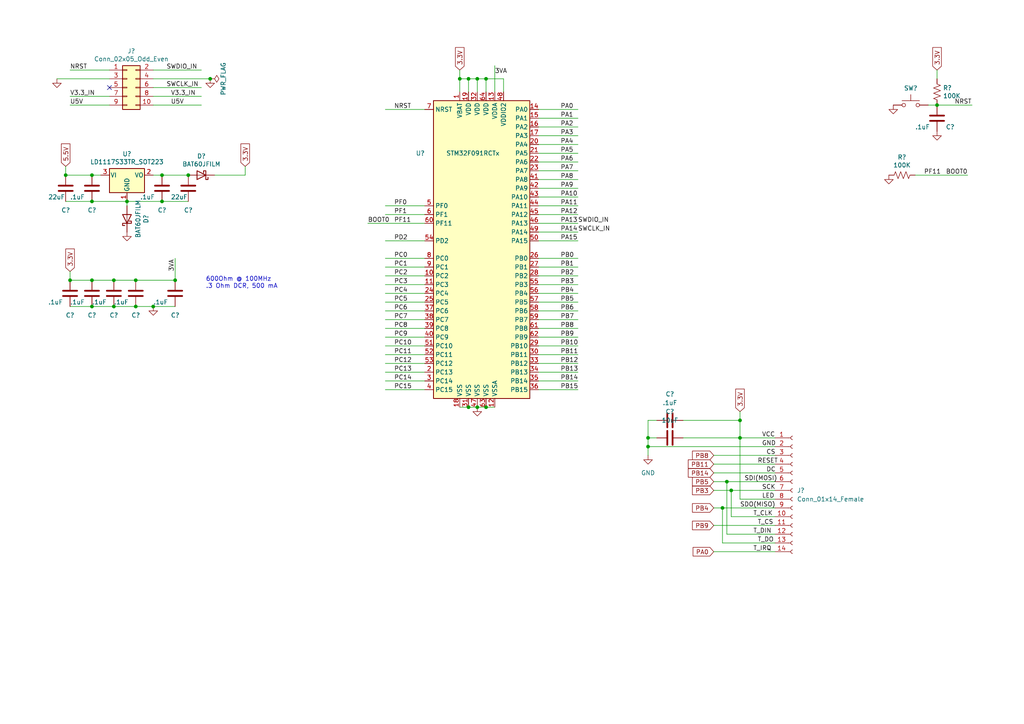
<source format=kicad_sch>
(kicad_sch (version 20211123) (generator eeschema)
  (paper "A4")
  (lib_symbols
    (symbol "Connector:Conn_01x14_Female" (pin_names (offset 1.016) hide)
      (property "Reference" "J" (at 0 17.78 0))
      (property "Value" "Conn_01x14_Female" (at 0 -20.32 0))
      (symbol "Conn_01x14_Female_1_1"
        (arc (start 0 -17.272) (mid -0.508 -17.78) (end 0 -18.288) (stroke (width 0.1524)))
        (arc (start 0 -14.732) (mid -0.508 -15.24) (end 0 -15.748) (stroke (width 0.1524)))
        (arc (start 0 -12.192) (mid -0.508 -12.7) (end 0 -13.208) (stroke (width 0.1524)))
        (arc (start 0 -9.652) (mid -0.508 -10.16) (end 0 -10.668) (stroke (width 0.1524)))
        (arc (start 0 -7.112) (mid -0.508 -7.62) (end 0 -8.128) (stroke (width 0.1524)))
        (arc (start 0 -4.572) (mid -0.508 -5.08) (end 0 -5.588) (stroke (width 0.1524)))
        (arc (start 0 -2.032) (mid -0.508 -2.54) (end 0 -3.048) (stroke (width 0.1524)))
        (polyline (pts (xy -1.27 -17.78) (xy -0.508 -17.78)) (stroke (width 0.1524)))
        (polyline (pts (xy -1.27 -15.24) (xy -0.508 -15.24)) (stroke (width 0.1524)))
        (polyline (pts (xy -1.27 -12.7) (xy -0.508 -12.7)) (stroke (width 0.1524)))
        (polyline (pts (xy -1.27 -10.16) (xy -0.508 -10.16)) (stroke (width 0.1524)))
        (polyline (pts (xy -1.27 -7.62) (xy -0.508 -7.62)) (stroke (width 0.1524)))
        (polyline (pts (xy -1.27 -5.08) (xy -0.508 -5.08)) (stroke (width 0.1524)))
        (polyline (pts (xy -1.27 -2.54) (xy -0.508 -2.54)) (stroke (width 0.1524)))
        (polyline (pts (xy -1.27 0) (xy -0.508 0)) (stroke (width 0.1524)))
        (polyline (pts (xy -1.27 2.54) (xy -0.508 2.54)) (stroke (width 0.1524)))
        (polyline (pts (xy -1.27 5.08) (xy -0.508 5.08)) (stroke (width 0.1524)))
        (polyline (pts (xy -1.27 7.62) (xy -0.508 7.62)) (stroke (width 0.1524)))
        (polyline (pts (xy -1.27 10.16) (xy -0.508 10.16)) (stroke (width 0.1524)))
        (polyline (pts (xy -1.27 12.7) (xy -0.508 12.7)) (stroke (width 0.1524)))
        (polyline (pts (xy -1.27 15.24) (xy -0.508 15.24)) (stroke (width 0.1524)))
        (arc (start 0 0.508) (mid -0.508 0) (end 0 -0.508) (stroke (width 0.1524)))
        (arc (start 0 3.048) (mid -0.508 2.54) (end 0 2.032) (stroke (width 0.1524)))
        (arc (start 0 5.588) (mid -0.508 5.08) (end 0 4.572) (stroke (width 0.1524)))
        (arc (start 0 8.128) (mid -0.508 7.62) (end 0 7.112) (stroke (width 0.1524)))
        (arc (start 0 10.668) (mid -0.508 10.16) (end 0 9.652) (stroke (width 0.1524)))
        (arc (start 0 13.208) (mid -0.508 12.7) (end 0 12.192) (stroke (width 0.1524)))
        (arc (start 0 15.748) (mid -0.508 15.24) (end 0 14.732) (stroke (width 0.1524)))
        (pin passive line (at -5.08 15.24 0) (length 3.81) (name "Pin_1") (number "1"))
        (pin passive line (at -5.08 -7.62 0) (length 3.81) (name "Pin_10") (number "10"))
        (pin passive line (at -5.08 -10.16 0) (length 3.81) (name "Pin_11") (number "11"))
        (pin passive line (at -5.08 -12.7 0) (length 3.81) (name "Pin_12") (number "12"))
        (pin passive line (at -5.08 -15.24 0) (length 3.81) (name "Pin_13") (number "13"))
        (pin passive line (at -5.08 -17.78 0) (length 3.81) (name "Pin_14") (number "14"))
        (pin passive line (at -5.08 12.7 0) (length 3.81) (name "Pin_2") (number "2"))
        (pin passive line (at -5.08 10.16 0) (length 3.81) (name "Pin_3") (number "3"))
        (pin passive line (at -5.08 7.62 0) (length 3.81) (name "Pin_4") (number "4"))
        (pin passive line (at -5.08 5.08 0) (length 3.81) (name "Pin_5") (number "5"))
        (pin passive line (at -5.08 2.54 0) (length 3.81) (name "Pin_6") (number "6"))
        (pin passive line (at -5.08 0 0) (length 3.81) (name "Pin_7") (number "7"))
        (pin passive line (at -5.08 -2.54 0) (length 3.81) (name "Pin_8") (number "8"))
        (pin passive line (at -5.08 -5.08 0) (length 3.81) (name "Pin_9") (number "9"))
      )
    )
    (symbol "Connector_Generic:Conn_02x05_Odd_Even" (pin_names (offset 1.016) hide)
      (property "Reference" "J" (at 1.27 7.62 0))
      (property "Value" "Conn_02x05_Odd_Even" (at 1.27 -7.62 0))
      (symbol "Conn_02x05_Odd_Even_1_1"
        (rectangle (start -1.27 -4.953) (end 0 -5.207) (stroke (width 0.1524)))
        (rectangle (start -1.27 -2.413) (end 0 -2.667) (stroke (width 0.1524)))
        (rectangle (start -1.27 0.127) (end 0 -0.127) (stroke (width 0.1524)))
        (rectangle (start -1.27 2.667) (end 0 2.413) (stroke (width 0.1524)))
        (rectangle (start -1.27 5.207) (end 0 4.953) (stroke (width 0.1524)))
        (rectangle (start -1.27 6.35) (end 3.81 -6.35) (stroke (width 0.254)) (fill (type background)))
        (rectangle (start 3.81 -4.953) (end 2.54 -5.207) (stroke (width 0.1524)))
        (rectangle (start 3.81 -2.413) (end 2.54 -2.667) (stroke (width 0.1524)))
        (rectangle (start 3.81 0.127) (end 2.54 -0.127) (stroke (width 0.1524)))
        (rectangle (start 3.81 2.667) (end 2.54 2.413) (stroke (width 0.1524)))
        (rectangle (start 3.81 5.207) (end 2.54 4.953) (stroke (width 0.1524)))
        (pin passive line (at -5.08 5.08 0) (length 3.81) (name "Pin_1") (number "1"))
        (pin passive line (at 7.62 -5.08 180) (length 3.81) (name "Pin_10") (number "10"))
        (pin passive line (at 7.62 5.08 180) (length 3.81) (name "Pin_2") (number "2"))
        (pin passive line (at -5.08 2.54 0) (length 3.81) (name "Pin_3") (number "3"))
        (pin passive line (at 7.62 2.54 180) (length 3.81) (name "Pin_4") (number "4"))
        (pin passive line (at -5.08 0 0) (length 3.81) (name "Pin_5") (number "5"))
        (pin passive line (at 7.62 0 180) (length 3.81) (name "Pin_6") (number "6"))
        (pin passive line (at -5.08 -2.54 0) (length 3.81) (name "Pin_7") (number "7"))
        (pin passive line (at 7.62 -2.54 180) (length 3.81) (name "Pin_8") (number "8"))
        (pin passive line (at -5.08 -5.08 0) (length 3.81) (name "Pin_9") (number "9"))
      )
    )
    (symbol "Device:C" (pin_numbers hide) (pin_names (offset 0.254))
      (property "Reference" "C" (at 0.635 2.54 0))
      (property "Value" "C" (at 0.635 -2.54 0))
      (symbol "C_0_1"
        (polyline (pts (xy -2.032 -0.762) (xy 2.032 -0.762)) (stroke (width 0.508)))
        (polyline (pts (xy -2.032 0.762) (xy 2.032 0.762)) (stroke (width 0.508)))
      )
      (symbol "C_1_1"
        (pin passive line (at 0 3.81 270) (length 2.794) (name "~") (number "1"))
        (pin passive line (at 0 -3.81 90) (length 2.794) (name "~") (number "2"))
      )
    )
    (symbol "Device:R_US" (pin_numbers hide) (pin_names (offset 0))
      (property "Reference" "R" (at 2.54 0 90))
      (property "Value" "R_US" (at -2.54 0 90))
      (symbol "R_US_0_1"
        (polyline (pts (xy 0 -2.286) (xy 0 -2.54)))
        (polyline (pts (xy 0 2.286) (xy 0 2.54)))
        (polyline (pts (xy 0 -0.762) (xy 1.016 -1.143) (xy 0 -1.524) (xy -1.016 -1.905) (xy 0 -2.286)))
        (polyline (pts (xy 0 0.762) (xy 1.016 0.381) (xy 0 0) (xy -1.016 -0.381) (xy 0 -0.762)))
        (polyline (pts (xy 0 2.286) (xy 1.016 1.905) (xy 0 1.524) (xy -1.016 1.143) (xy 0 0.762)))
      )
      (symbol "R_US_1_1"
        (pin passive line (at 0 3.81 270) (length 1.27) (name "~") (number "1"))
        (pin passive line (at 0 -3.81 90) (length 1.27) (name "~") (number "2"))
      )
    )
    (symbol "Diode:BAT60A" (pin_numbers hide) (pin_names (offset 1.016) hide)
      (property "Reference" "D" (at 0 2.54 0))
      (property "Value" "BAT60A" (at 0 -2.54 0))
      (symbol "BAT60A_0_1"
        (polyline (pts (xy 1.27 0) (xy -1.27 0)))
        (polyline (pts (xy 1.27 1.27) (xy 1.27 -1.27) (xy -1.27 0) (xy 1.27 1.27)) (stroke (width 0.254)))
        (polyline (pts (xy -1.905 0.635) (xy -1.905 1.27) (xy -1.27 1.27) (xy -1.27 -1.27) (xy -0.635 -1.27) (xy -0.635 -0.635)) (stroke (width 0.254)))
      )
      (symbol "BAT60A_1_1"
        (pin passive line (at -3.81 0 0) (length 2.54) (name "K") (number "1"))
        (pin passive line (at 3.81 0 180) (length 2.54) (name "A") (number "2"))
      )
    )
    (symbol "MCU_ST_STM32F0:STM32F091RCTx"
      (property "Reference" "U" (at -15.24 44.45 0))
      (property "Value" "STM32F091RCTx" (at 7.62 44.45 0))
      (symbol "STM32F091RCTx_0_1"
        (rectangle (start -15.24 -43.18) (end 12.7 43.18) (stroke (width 0.254)) (fill (type background)))
      )
      (symbol "STM32F091RCTx_1_1"
        (pin power_in line (at -7.62 45.72 270) (length 2.54) (name "VBAT") (number "1"))
        (pin bidirectional line (at -17.78 -7.62 0) (length 2.54) (name "PC2") (number "10"))
        (pin bidirectional line (at -17.78 -10.16 0) (length 2.54) (name "PC3") (number "11"))
        (pin power_in line (at 2.54 -45.72 90) (length 2.54) (name "VSSA") (number "12"))
        (pin power_in line (at 2.54 45.72 270) (length 2.54) (name "VDDA") (number "13"))
        (pin bidirectional line (at 15.24 40.64 180) (length 2.54) (name "PA0") (number "14"))
        (pin bidirectional line (at 15.24 38.1 180) (length 2.54) (name "PA1") (number "15"))
        (pin bidirectional line (at 15.24 35.56 180) (length 2.54) (name "PA2") (number "16"))
        (pin bidirectional line (at 15.24 33.02 180) (length 2.54) (name "PA3") (number "17"))
        (pin power_in line (at -7.62 -45.72 90) (length 2.54) (name "VSS") (number "18"))
        (pin power_in line (at -5.08 45.72 270) (length 2.54) (name "VDD") (number "19"))
        (pin bidirectional line (at -17.78 -35.56 0) (length 2.54) (name "PC13") (number "2"))
        (pin bidirectional line (at 15.24 30.48 180) (length 2.54) (name "PA4") (number "20"))
        (pin bidirectional line (at 15.24 27.94 180) (length 2.54) (name "PA5") (number "21"))
        (pin bidirectional line (at 15.24 25.4 180) (length 2.54) (name "PA6") (number "22"))
        (pin bidirectional line (at 15.24 22.86 180) (length 2.54) (name "PA7") (number "23"))
        (pin bidirectional line (at -17.78 -12.7 0) (length 2.54) (name "PC4") (number "24"))
        (pin bidirectional line (at -17.78 -15.24 0) (length 2.54) (name "PC5") (number "25"))
        (pin bidirectional line (at 15.24 -2.54 180) (length 2.54) (name "PB0") (number "26"))
        (pin bidirectional line (at 15.24 -5.08 180) (length 2.54) (name "PB1") (number "27"))
        (pin bidirectional line (at 15.24 -7.62 180) (length 2.54) (name "PB2") (number "28"))
        (pin bidirectional line (at 15.24 -27.94 180) (length 2.54) (name "PB10") (number "29"))
        (pin bidirectional line (at -17.78 -38.1 0) (length 2.54) (name "PC14") (number "3"))
        (pin bidirectional line (at 15.24 -30.48 180) (length 2.54) (name "PB11") (number "30"))
        (pin power_in line (at -5.08 -45.72 90) (length 2.54) (name "VSS") (number "31"))
        (pin power_in line (at -2.54 45.72 270) (length 2.54) (name "VDD") (number "32"))
        (pin bidirectional line (at 15.24 -33.02 180) (length 2.54) (name "PB12") (number "33"))
        (pin bidirectional line (at 15.24 -35.56 180) (length 2.54) (name "PB13") (number "34"))
        (pin bidirectional line (at 15.24 -38.1 180) (length 2.54) (name "PB14") (number "35"))
        (pin bidirectional line (at 15.24 -40.64 180) (length 2.54) (name "PB15") (number "36"))
        (pin bidirectional line (at -17.78 -17.78 0) (length 2.54) (name "PC6") (number "37"))
        (pin bidirectional line (at -17.78 -20.32 0) (length 2.54) (name "PC7") (number "38"))
        (pin bidirectional line (at -17.78 -22.86 0) (length 2.54) (name "PC8") (number "39"))
        (pin bidirectional line (at -17.78 -40.64 0) (length 2.54) (name "PC15") (number "4"))
        (pin bidirectional line (at -17.78 -25.4 0) (length 2.54) (name "PC9") (number "40"))
        (pin bidirectional line (at 15.24 20.32 180) (length 2.54) (name "PA8") (number "41"))
        (pin bidirectional line (at 15.24 17.78 180) (length 2.54) (name "PA9") (number "42"))
        (pin bidirectional line (at 15.24 15.24 180) (length 2.54) (name "PA10") (number "43"))
        (pin bidirectional line (at 15.24 12.7 180) (length 2.54) (name "PA11") (number "44"))
        (pin bidirectional line (at 15.24 10.16 180) (length 2.54) (name "PA12") (number "45"))
        (pin bidirectional line (at 15.24 7.62 180) (length 2.54) (name "PA13") (number "46"))
        (pin power_in line (at -2.54 -45.72 90) (length 2.54) (name "VSS") (number "47"))
        (pin power_in line (at 5.08 45.72 270) (length 2.54) (name "VDDIO2") (number "48"))
        (pin bidirectional line (at 15.24 5.08 180) (length 2.54) (name "PA14") (number "49"))
        (pin input line (at -17.78 12.7 0) (length 2.54) (name "PF0") (number "5"))
        (pin bidirectional line (at 15.24 2.54 180) (length 2.54) (name "PA15") (number "50"))
        (pin bidirectional line (at -17.78 -27.94 0) (length 2.54) (name "PC10") (number "51"))
        (pin bidirectional line (at -17.78 -30.48 0) (length 2.54) (name "PC11") (number "52"))
        (pin bidirectional line (at -17.78 -33.02 0) (length 2.54) (name "PC12") (number "53"))
        (pin bidirectional line (at -17.78 2.54 0) (length 2.54) (name "PD2") (number "54"))
        (pin bidirectional line (at 15.24 -10.16 180) (length 2.54) (name "PB3") (number "55"))
        (pin bidirectional line (at 15.24 -12.7 180) (length 2.54) (name "PB4") (number "56"))
        (pin bidirectional line (at 15.24 -15.24 180) (length 2.54) (name "PB5") (number "57"))
        (pin bidirectional line (at 15.24 -17.78 180) (length 2.54) (name "PB6") (number "58"))
        (pin bidirectional line (at 15.24 -20.32 180) (length 2.54) (name "PB7") (number "59"))
        (pin input line (at -17.78 10.16 0) (length 2.54) (name "PF1") (number "6"))
        (pin bidirectional line (at -17.78 7.62 0) (length 2.54) (name "PF11") (number "60"))
        (pin bidirectional line (at 15.24 -22.86 180) (length 2.54) (name "PB8") (number "61"))
        (pin bidirectional line (at 15.24 -25.4 180) (length 2.54) (name "PB9") (number "62"))
        (pin power_in line (at 0 -45.72 90) (length 2.54) (name "VSS") (number "63"))
        (pin power_in line (at 0 45.72 270) (length 2.54) (name "VDD") (number "64"))
        (pin input line (at -17.78 40.64 0) (length 2.54) (name "NRST") (number "7"))
        (pin bidirectional line (at -17.78 -2.54 0) (length 2.54) (name "PC0") (number "8"))
        (pin bidirectional line (at -17.78 -5.08 0) (length 2.54) (name "PC1") (number "9"))
      )
    )
    (symbol "Regulator_Linear:LD1117S33TR_SOT223" (pin_names (offset 0.254))
      (property "Reference" "U" (at -3.81 3.175 0))
      (property "Value" "LD1117S33TR_SOT223" (at 0 3.175 0))
      (symbol "LD1117S33TR_SOT223_0_1"
        (rectangle (start -5.08 -5.08) (end 5.08 1.905) (stroke (width 0.254)) (fill (type background)))
      )
      (symbol "LD1117S33TR_SOT223_1_1"
        (pin power_in line (at 0 -7.62 90) (length 2.54) (name "GND") (number "1"))
        (pin power_out line (at 7.62 0 180) (length 2.54) (name "VO") (number "2"))
        (pin power_in line (at -7.62 0 0) (length 2.54) (name "VI") (number "3"))
      )
    )
    (symbol "Switch:SW_Push" (pin_numbers hide) (pin_names (offset 1.016) hide)
      (property "Reference" "SW" (at 1.27 2.54 0))
      (property "Value" "SW_Push" (at 0 -1.524 0))
      (symbol "SW_Push_0_1"
        (circle (center -2.032 0) (radius 0.508))
        (polyline (pts (xy 0 1.27) (xy 0 3.048)))
        (polyline (pts (xy 2.54 1.27) (xy -2.54 1.27)))
        (circle (center 2.032 0) (radius 0.508))
        (pin passive line (at -5.08 0 0) (length 2.54) (name "1") (number "1"))
        (pin passive line (at 5.08 0 180) (length 2.54) (name "2") (number "2"))
      )
    )
    (symbol "power:GND" (power) (pin_names (offset 0))
      (property "Value" "GND" (at 0 -3.81 0))
      (symbol "GND_0_1"
        (polyline (pts (xy 0 0) (xy 0 -1.27) (xy 1.27 -1.27) (xy 0 -2.54) (xy -1.27 -1.27) (xy 0 -1.27)))
      )
      (symbol "GND_1_1"
        (pin power_in line (at 0 0 270) (length 0) hide (name "GND") (number "1"))
      )
    )
    (symbol "power:PWR_FLAG" (power) (pin_numbers hide) (pin_names (offset 0) hide)
      (property "Value" "PWR_FLAG" (at 0 3.81 0))
      (symbol "PWR_FLAG_0_0"
        (pin power_out line (at 0 0 90) (length 0) (name "pwr") (number "1"))
      )
      (symbol "PWR_FLAG_0_1"
        (polyline (pts (xy 0 0) (xy 0 1.27) (xy -1.016 1.905) (xy 0 2.54) (xy 1.016 1.905) (xy 0 1.27)))
      )
    )
  )
  (junction (at 187.96 129.54))
  (junction (at 26.67 88.9))
  (junction (at 44.45 88.9))
  (junction (at 187.96 127))
  (junction (at 26.67 81.28))
  (junction (at 46.99 50.8))
  (junction (at 140.97 118.11))
  (junction (at 138.43 118.11))
  (junction (at 212.09 142.24))
  (junction (at 138.43 22.86))
  (junction (at 26.67 58.42))
  (junction (at 135.89 118.11))
  (junction (at 210.82 139.7))
  (junction (at 46.99 58.42))
  (junction (at 39.37 88.9))
  (junction (at 33.02 88.9))
  (junction (at 140.97 22.86))
  (junction (at 36.83 58.42))
  (junction (at 60.96 22.86))
  (junction (at 214.63 121.92))
  (junction (at 54.61 50.8))
  (junction (at 214.63 127))
  (junction (at 26.67 50.8))
  (junction (at 209.55 147.32))
  (junction (at 133.35 22.86))
  (junction (at 19.05 50.8))
  (junction (at 20.32 81.28))
  (junction (at 39.37 81.28))
  (junction (at 135.89 22.86))
  (junction (at 33.02 81.28))
  (junction (at 271.78 30.48))
  (junction (at 50.8 81.28))
  (no_connect (at 31.75 25.4))
  (wire (pts (xy 19.05 48.26) (xy 19.05 50.8)))
  (wire (pts (xy 207.01 147.32) (xy 209.55 147.32)))
  (wire (pts (xy 133.35 118.11) (xy 135.89 118.11)))
  (wire (pts (xy 156.21 59.69) (xy 167.64 59.69)))
  (wire (pts (xy 207.01 160.02) (xy 224.79 160.02)))
  (wire (pts (xy 62.23 50.8) (xy 71.12 50.8)))
  (wire (pts (xy 16.51 22.86) (xy 31.75 22.86)))
  (wire (pts (xy 269.24 30.48) (xy 271.78 30.48)))
  (wire (pts (xy 44.45 20.32) (xy 58.42 20.32)))
  (wire (pts (xy 140.97 26.67) (xy 140.97 22.86)))
  (wire (pts (xy 20.32 30.48) (xy 31.75 30.48)))
  (wire (pts (xy 156.21 77.47) (xy 167.64 77.47)))
  (wire (pts (xy 187.96 127) (xy 190.5 127)))
  (wire (pts (xy 198.12 121.92) (xy 214.63 121.92)))
  (wire (pts (xy 156.21 52.07) (xy 167.64 52.07)))
  (wire (pts (xy 33.02 88.9) (xy 39.37 88.9)))
  (wire (pts (xy 123.19 59.69) (xy 111.76 59.69)))
  (wire (pts (xy 106.68 64.77) (xy 123.19 64.77)))
  (wire (pts (xy 156.21 113.03) (xy 167.64 113.03)))
  (wire (pts (xy 207.01 142.24) (xy 212.09 142.24)))
  (wire (pts (xy 123.19 90.17) (xy 111.76 90.17)))
  (wire (pts (xy 187.96 121.92) (xy 187.96 127)))
  (wire (pts (xy 135.89 22.86) (xy 138.43 22.86)))
  (wire (pts (xy 212.09 142.24) (xy 212.09 149.86)))
  (wire (pts (xy 156.21 64.77) (xy 167.64 64.77)))
  (wire (pts (xy 123.19 97.79) (xy 111.76 97.79)))
  (wire (pts (xy 156.21 62.23) (xy 167.64 62.23)))
  (wire (pts (xy 26.67 81.28) (xy 33.02 81.28)))
  (wire (pts (xy 271.78 20.32) (xy 271.78 22.86)))
  (wire (pts (xy 187.96 127) (xy 187.96 129.54)))
  (wire (pts (xy 156.21 46.99) (xy 167.64 46.99)))
  (wire (pts (xy 156.21 90.17) (xy 167.64 90.17)))
  (wire (pts (xy 20.32 81.28) (xy 26.67 81.28)))
  (wire (pts (xy 123.19 102.87) (xy 111.76 102.87)))
  (wire (pts (xy 123.19 87.63) (xy 111.76 87.63)))
  (wire (pts (xy 156.21 87.63) (xy 167.64 87.63)))
  (wire (pts (xy 123.19 31.75) (xy 111.76 31.75)))
  (wire (pts (xy 156.21 34.29) (xy 167.64 34.29)))
  (wire (pts (xy 207.01 139.7) (xy 210.82 139.7)))
  (wire (pts (xy 198.12 127) (xy 214.63 127)))
  (wire (pts (xy 156.21 95.25) (xy 167.64 95.25)))
  (wire (pts (xy 187.96 129.54) (xy 224.79 129.54)))
  (wire (pts (xy 214.63 144.78) (xy 224.79 144.78)))
  (wire (pts (xy 29.21 50.8) (xy 26.67 50.8)))
  (wire (pts (xy 212.09 142.24) (xy 224.79 142.24)))
  (wire (pts (xy 214.63 127) (xy 224.79 127)))
  (wire (pts (xy 156.21 44.45) (xy 167.64 44.45)))
  (wire (pts (xy 210.82 139.7) (xy 224.79 139.7)))
  (wire (pts (xy 271.78 30.48) (xy 281.94 30.48)))
  (wire (pts (xy 39.37 88.9) (xy 44.45 88.9)))
  (wire (pts (xy 156.21 92.71) (xy 167.64 92.71)))
  (wire (pts (xy 156.21 97.79) (xy 167.64 97.79)))
  (wire (pts (xy 26.67 58.42) (xy 36.83 58.42)))
  (wire (pts (xy 44.45 22.86) (xy 60.96 22.86)))
  (wire (pts (xy 20.32 78.74) (xy 20.32 81.28)))
  (wire (pts (xy 209.55 147.32) (xy 209.55 157.48)))
  (wire (pts (xy 156.21 107.95) (xy 167.64 107.95)))
  (wire (pts (xy 123.19 85.09) (xy 111.76 85.09)))
  (wire (pts (xy 156.21 39.37) (xy 167.64 39.37)))
  (wire (pts (xy 156.21 69.85) (xy 167.64 69.85)))
  (wire (pts (xy 123.19 92.71) (xy 111.76 92.71)))
  (wire (pts (xy 187.96 129.54) (xy 187.96 132.08)))
  (wire (pts (xy 214.63 127) (xy 214.63 144.78)))
  (wire (pts (xy 207.01 152.4) (xy 224.79 152.4)))
  (wire (pts (xy 123.19 113.03) (xy 111.76 113.03)))
  (wire (pts (xy 209.55 147.32) (xy 224.79 147.32)))
  (wire (pts (xy 156.21 41.91) (xy 167.64 41.91)))
  (wire (pts (xy 44.45 27.94) (xy 58.42 27.94)))
  (wire (pts (xy 39.37 81.28) (xy 50.8 81.28)))
  (wire (pts (xy 138.43 118.11) (xy 140.97 118.11)))
  (wire (pts (xy 156.21 36.83) (xy 167.64 36.83)))
  (wire (pts (xy 133.35 26.67) (xy 133.35 22.86)))
  (wire (pts (xy 156.21 102.87) (xy 167.64 102.87)))
  (wire (pts (xy 156.21 110.49) (xy 167.64 110.49)))
  (wire (pts (xy 156.21 57.15) (xy 167.64 57.15)))
  (wire (pts (xy 135.89 26.67) (xy 135.89 22.86)))
  (wire (pts (xy 123.19 77.47) (xy 111.76 77.47)))
  (wire (pts (xy 33.02 81.28) (xy 39.37 81.28)))
  (wire (pts (xy 156.21 100.33) (xy 167.64 100.33)))
  (wire (pts (xy 265.43 50.8) (xy 280.67 50.8)))
  (wire (pts (xy 31.75 20.32) (xy 20.32 20.32)))
  (wire (pts (xy 190.5 121.92) (xy 187.96 121.92)))
  (wire (pts (xy 123.19 95.25) (xy 111.76 95.25)))
  (wire (pts (xy 140.97 118.11) (xy 143.51 118.11)))
  (wire (pts (xy 19.05 50.8) (xy 26.67 50.8)))
  (wire (pts (xy 156.21 105.41) (xy 167.64 105.41)))
  (wire (pts (xy 19.05 58.42) (xy 26.67 58.42)))
  (wire (pts (xy 133.35 22.86) (xy 135.89 22.86)))
  (wire (pts (xy 44.45 25.4) (xy 58.42 25.4)))
  (wire (pts (xy 156.21 67.31) (xy 167.64 67.31)))
  (wire (pts (xy 156.21 82.55) (xy 167.64 82.55)))
  (wire (pts (xy 214.63 119.38) (xy 214.63 121.92)))
  (wire (pts (xy 44.45 50.8) (xy 46.99 50.8)))
  (wire (pts (xy 123.19 74.93) (xy 111.76 74.93)))
  (wire (pts (xy 210.82 154.94) (xy 224.79 154.94)))
  (wire (pts (xy 156.21 74.93) (xy 167.64 74.93)))
  (wire (pts (xy 123.19 69.85) (xy 111.76 69.85)))
  (wire (pts (xy 209.55 157.48) (xy 224.79 157.48)))
  (wire (pts (xy 36.83 59.69) (xy 36.83 58.42)))
  (wire (pts (xy 46.99 58.42) (xy 54.61 58.42)))
  (wire (pts (xy 138.43 26.67) (xy 138.43 22.86)))
  (wire (pts (xy 46.99 50.8) (xy 54.61 50.8)))
  (wire (pts (xy 143.51 26.67) (xy 143.51 19.05)))
  (wire (pts (xy 123.19 107.95) (xy 111.76 107.95)))
  (wire (pts (xy 156.21 85.09) (xy 167.64 85.09)))
  (wire (pts (xy 26.67 88.9) (xy 33.02 88.9)))
  (wire (pts (xy 123.19 100.33) (xy 111.76 100.33)))
  (wire (pts (xy 123.19 105.41) (xy 111.76 105.41)))
  (wire (pts (xy 212.09 149.86) (xy 224.79 149.86)))
  (wire (pts (xy 44.45 88.9) (xy 50.8 88.9)))
  (wire (pts (xy 207.01 137.16) (xy 224.79 137.16)))
  (wire (pts (xy 123.19 110.49) (xy 111.76 110.49)))
  (wire (pts (xy 138.43 22.86) (xy 140.97 22.86)))
  (wire (pts (xy 123.19 82.55) (xy 111.76 82.55)))
  (wire (pts (xy 156.21 31.75) (xy 167.64 31.75)))
  (wire (pts (xy 123.19 80.01) (xy 111.76 80.01)))
  (wire (pts (xy 133.35 20.32) (xy 133.35 22.86)))
  (wire (pts (xy 210.82 139.7) (xy 210.82 154.94)))
  (wire (pts (xy 71.12 48.26) (xy 71.12 50.8)))
  (wire (pts (xy 156.21 54.61) (xy 167.64 54.61)))
  (wire (pts (xy 135.89 118.11) (xy 138.43 118.11)))
  (wire (pts (xy 36.83 58.42) (xy 46.99 58.42)))
  (wire (pts (xy 140.97 22.86) (xy 146.05 22.86)))
  (wire (pts (xy 123.19 62.23) (xy 111.76 62.23)))
  (wire (pts (xy 31.75 27.94) (xy 20.32 27.94)))
  (wire (pts (xy 44.45 30.48) (xy 58.42 30.48)))
  (wire (pts (xy 156.21 49.53) (xy 167.64 49.53)))
  (wire (pts (xy 50.8 74.93) (xy 50.8 81.28)))
  (wire (pts (xy 207.01 132.08) (xy 224.79 132.08)))
  (wire (pts (xy 20.32 88.9) (xy 26.67 88.9)))
  (wire (pts (xy 214.63 121.92) (xy 214.63 127)))
  (wire (pts (xy 156.21 80.01) (xy 167.64 80.01)))
  (wire (pts (xy 146.05 22.86) (xy 146.05 26.67)))
  (wire (pts (xy 207.01 134.62) (xy 224.79 134.62)))
  (text "600Ohm @ 100MHz\n.3 Ohm DCR, 500 mA" (at 59.69 83.82 0) (effects (font (size 1.27 1.27)) (justify left bottom)))
  (label "PA2" (at 162.56 36.83 0))
  (label "T_CLK" (at 218.44 149.86 0))
  (label "3VA" (at 143.51 21.59 0))
  (label "PA6" (at 162.56 46.99 0))
  (label "GND" (at 220.98 129.54 0))
  (label "PB14" (at 162.56 110.49 0))
  (label "T_CS" (at 219.71 152.4 0))
  (label "PA1" (at 162.56 34.29 0))
  (label "SWCLK_IN" (at 167.64 67.31 0))
  (label "PC14" (at 114.3 110.49 0))
  (label "SDO(MISO)" (at 214.63 147.32 0))
  (label "RESET" (at 219.71 134.62 0))
  (label "PA0" (at 162.56 31.75 0))
  (label "PC6" (at 114.3 90.17 0))
  (label "PB11" (at 162.56 102.87 0))
  (label "PF0" (at 114.3 59.69 0))
  (label "PB2" (at 162.56 80.01 0))
  (label "PA13" (at 162.56 64.77 0))
  (label "T_DO" (at 219.71 157.48 0))
  (label "PC3" (at 114.3 82.55 0))
  (label "PF11" (at 114.3 64.77 0))
  (label "SWCLK_IN" (at 48.26 25.4 0))
  (label "SWDIO_IN" (at 167.64 64.77 0))
  (label "PB6" (at 162.56 90.17 0))
  (label "PB4" (at 162.56 85.09 0))
  (label "PC5" (at 114.3 87.63 0))
  (label "PC11" (at 114.3 102.87 0))
  (label "PA11" (at 162.56 59.69 0))
  (label "SWDIO_IN" (at 48.26 20.32 0))
  (label "PA15" (at 162.56 69.85 0))
  (label "LED" (at 220.98 144.78 0))
  (label "T_IRQ" (at 218.44 160.02 0))
  (label "BOOT0" (at 106.68 64.77 0))
  (label "PB10" (at 162.56 100.33 0))
  (label "U5V" (at 49.53 30.48 0))
  (label "PC0" (at 114.3 74.93 0))
  (label "PA8" (at 162.56 52.07 0))
  (label "PB3" (at 162.56 82.55 0))
  (label "T_DIN" (at 218.44 154.94 0))
  (label "NRST" (at 276.86 30.48 0))
  (label "PC2" (at 114.3 80.01 0))
  (label "PA9" (at 162.56 54.61 0))
  (label "PB15" (at 162.56 113.03 0))
  (label "PF11" (at 267.97 50.8 0))
  (label "PB13" (at 162.56 107.95 0))
  (label "PC8" (at 114.3 95.25 0))
  (label "PB1" (at 162.56 77.47 0))
  (label "PB9" (at 162.56 97.79 0))
  (label "SCK" (at 220.98 142.24 0))
  (label "VCC" (at 220.98 127 0))
  (label "PA7" (at 162.56 49.53 0))
  (label "PC7" (at 114.3 92.71 0))
  (label "CS" (at 222.25 132.08 0))
  (label "PF1" (at 114.3 62.23 0))
  (label "3VA" (at 50.8 78.74 90))
  (label "PB12" (at 162.56 105.41 0))
  (label "PA3" (at 162.56 39.37 0))
  (label "PA4" (at 162.56 41.91 0))
  (label "DC" (at 222.25 137.16 0))
  (label "PC10" (at 114.3 100.33 0))
  (label "PD2" (at 114.3 69.85 0))
  (label "V3.3_IN" (at 49.53 27.94 0))
  (label "PB8" (at 162.56 95.25 0))
  (label "V3.3_IN" (at 20.32 27.94 0))
  (label "U5V" (at 20.32 30.48 0))
  (label "PC12" (at 114.3 105.41 0))
  (label "SDI(MOSI)" (at 215.9 139.7 0))
  (label "PB7" (at 162.56 92.71 0))
  (label "PA12" (at 162.56 62.23 0))
  (label "PC4" (at 114.3 85.09 0))
  (label "NRST" (at 20.32 20.32 0))
  (label "NRST" (at 114.3 31.75 0))
  (label "PC9" (at 114.3 97.79 0))
  (label "BOOT0" (at 274.32 50.8 0))
  (label "PB0" (at 162.56 74.93 0))
  (label "PC1" (at 114.3 77.47 0))
  (label "PC15" (at 114.3 113.03 0))
  (label "PA5" (at 162.56 44.45 0))
  (label "PC13" (at 114.3 107.95 0))
  (label "PB5" (at 162.56 87.63 0))
  (label "PA10" (at 162.56 57.15 0))
  (label "PA14" (at 162.56 67.31 0))
  (global_label "PB4" (shape input) (at 207.01 147.32 180) (property "Intersheet References" "${INTERSHEET_REFS}" (effects hide)))
  (global_label "3.3V" (shape input) (at 20.32 78.74 90) (property "Intersheet References" "${INTERSHEET_REFS}" (effects hide)))
  (global_label "5.5V" (shape input) (at 19.05 48.26 90) (property "Intersheet References" "${INTERSHEET_REFS}" (effects hide)))
  (global_label "PB14" (shape input) (at 207.01 137.16 180) (property "Intersheet References" "${INTERSHEET_REFS}" (effects hide)))
  (global_label "PB11" (shape input) (at 207.01 134.62 180) (property "Intersheet References" "${INTERSHEET_REFS}" (effects hide)))
  (global_label "PB3" (shape input) (at 207.01 142.24 180) (property "Intersheet References" "${INTERSHEET_REFS}" (effects hide)))
  (global_label "PA0" (shape input) (at 207.01 160.02 180) (property "Intersheet References" "${INTERSHEET_REFS}" (effects hide)))
  (global_label "PB5" (shape input) (at 207.01 139.7 180) (property "Intersheet References" "${INTERSHEET_REFS}" (effects hide)))
  (global_label "PB8" (shape input) (at 207.01 132.08 180) (property "Intersheet References" "${INTERSHEET_REFS}" (effects hide)))
  (global_label "3.3V" (shape input) (at 214.63 119.38 90) (property "Intersheet References" "${INTERSHEET_REFS}" (effects hide)))
  (global_label "3.3V" (shape input) (at 271.78 20.32 90) (property "Intersheet References" "${INTERSHEET_REFS}" (effects hide)))
  (global_label "3.3V" (shape input) (at 133.35 20.32 90) (property "Intersheet References" "${INTERSHEET_REFS}" (effects hide)))
  (global_label "PB9" (shape input) (at 207.01 152.4 180) (property "Intersheet References" "${INTERSHEET_REFS}" (effects hide)))
  (global_label "3.3V" (shape input) (at 71.12 48.26 90) (property "Intersheet References" "${INTERSHEET_REFS}" (effects hide)))
  (symbol (lib_id "Device:C") (at 194.31 127 90) (unit 1)
    (property "Reference" "C?" (at 194.31 119.38 90))
    (property "Value" "10uF" (at 194.31 121.92 90))
  )
  (symbol (lib_id "power:PWR_FLAG") (at 60.96 22.86 270) (unit 1)
    (property "Reference" "#FLG?" (effects hide))
    (property "Value" "PWR_FLAG" (at 64.77 22.86 0))
  )
  (symbol (lib_id "Device:C") (at 20.32 85.09 0) (unit 1)
    (property "Reference" "C?" (at 19.05 91.44 0) (effects (justify left)))
    (property "Value" ".1uF" (at 13.97 87.63 0) (effects (justify left)))
    (property "Footprint" "Capacitor_SMD:C_0805_2012Metric_Pad1.18x1.45mm_HandSolder" (effects hide))
  )
  (symbol (lib_id "Device:C") (at 271.78 34.29 0) (unit 1)
    (property "Reference" "C?" (at 274.32 36.83 0) (effects (justify left)))
    (property "Value" ".1uF" (at 265.43 36.83 0) (effects (justify left)))
    (property "Footprint" "Capacitor_SMD:C_0805_2012Metric_Pad1.18x1.45mm_HandSolder" (effects hide))
  )
  (symbol (lib_id "Device:C") (at 50.8 85.09 0) (unit 1)
    (property "Reference" "C?" (at 49.53 91.44 0) (effects (justify left)))
    (property "Value" ".1uF" (at 44.45 87.63 0) (effects (justify left)))
    (property "Footprint" "Capacitor_SMD:C_0805_2012Metric_Pad1.18x1.45mm_HandSolder" (effects hide))
  )
  (symbol (lib_id "Device:C") (at 39.37 85.09 0) (unit 1)
    (property "Reference" "C?" (at 38.1 91.44 0) (effects (justify left)))
    (property "Value" ".1uF" (at 33.02 87.63 0) (effects (justify left)))
    (property "Footprint" "Capacitor_SMD:C_0805_2012Metric_Pad1.18x1.45mm_HandSolder" (effects hide))
  )
  (symbol (lib_id "Regulator_Linear:LD1117S33TR_SOT223") (at 36.83 50.8 0) (unit 1)
    (property "Reference" "U?" (at 36.83 44.6532 0))
    (property "Value" "LD1117S33TR_SOT223" (at 36.83 46.9646 0))
    (property "Footprint" "Package_TO_SOT_SMD:SOT-223-3_TabPin2" (effects hide))
    (property "Datasheet" "http://www.st.com/st-web-ui/static/active/en/resource/technical/document/datasheet/CD00000544.pdf" (effects hide))
  )
  (symbol (lib_id "power:GND") (at 271.78 38.1 0) (unit 1)
    (property "Reference" "#PWR?" (effects hide))
    (property "Value" "GND" (effects hide))
  )
  (symbol (lib_id "Connector_Generic:Conn_02x05_Odd_Even") (at 36.83 25.4 0) (unit 1)
    (property "Reference" "J?" (at 38.1 14.8082 0))
    (property "Value" "Conn_02x05_Odd_Even" (at 38.1 17.1196 0))
    (property "Footprint" "Connector_IDC:IDC-Header_2x05_P2.54mm_Vertical" (effects hide))
  )
  (symbol (lib_id "Device:R_US") (at 271.78 26.67 0) (unit 1)
    (property "Reference" "R?" (at 273.5072 25.5016 0) (effects (justify left)))
    (property "Value" "100K" (at 273.5072 27.813 0) (effects (justify left)))
    (property "Footprint" "Resistor_SMD:R_0805_2012Metric_Pad1.20x1.40mm_HandSolder" (effects hide))
  )
  (symbol (lib_id "power:GND") (at 259.08 30.48 0) (unit 1)
    (property "Reference" "#PWR?" (effects hide))
    (property "Value" "GND" (effects hide))
  )
  (symbol (lib_id "Diode:BAT60A") (at 36.83 63.5 90) (unit 1)
    (property "Reference" "D?" (at 42.3418 63.5 0))
    (property "Value" "BAT60JFILM" (at 40.0304 63.5 0))
    (property "Footprint" "Diode_SMD:D_SOD-323" (effects hide))
    (property "Datasheet" "https://www.infineon.com/dgdl/Infineon-BAT60ASERIES-DS-v01_01-en.pdf?fileId=db3a304313d846880113def70c9304a9" (effects hide))
  )
  (symbol (lib_id "Device:C") (at 46.99 54.61 0) (unit 1)
    (property "Reference" "C?" (at 45.72 60.96 0) (effects (justify left)))
    (property "Value" ".1uF" (at 40.64 57.15 0) (effects (justify left)))
    (property "Footprint" "Capacitor_SMD:C_0805_2012Metric_Pad1.18x1.45mm_HandSolder" (effects hide))
    (property "Datasheet" "https://datasheet.lcsc.com/szlcsc/Samsung-Electro-Mechanics-CL21C101JBANNNC_C1790.pdf" (effects hide))
  )
  (symbol (lib_id "Device:C") (at 26.67 54.61 0) (unit 1)
    (property "Reference" "C?" (at 25.4 60.96 0) (effects (justify left)))
    (property "Value" ".1uF" (at 20.32 57.15 0) (effects (justify left)))
    (property "Footprint" "Capacitor_SMD:C_0805_2012Metric_Pad1.18x1.45mm_HandSolder" (effects hide))
    (property "Datasheet" "https://datasheet.lcsc.com/szlcsc/Samsung-Electro-Mechanics-CL21C101JBANNNC_C1790.pdf" (effects hide))
  )
  (symbol (lib_id "Device:R_US") (at 261.62 50.8 270) (unit 1)
    (property "Reference" "R?" (at 261.62 45.593 90))
    (property "Value" "100K" (at 261.62 47.9044 90))
    (property "Footprint" "Resistor_SMD:R_0805_2012Metric_Pad1.20x1.40mm_HandSolder" (effects hide))
  )
  (symbol (lib_id "Diode:BAT60A") (at 58.42 50.8 180) (unit 1)
    (property "Reference" "D?" (at 58.42 45.2882 0))
    (property "Value" "BAT60JFILM" (at 58.42 47.5996 0))
    (property "Footprint" "Diode_SMD:D_SOD-323" (effects hide))
    (property "Datasheet" "https://www.infineon.com/dgdl/Infineon-BAT60ASERIES-DS-v01_01-en.pdf?fileId=db3a304313d846880113def70c9304a9" (effects hide))
  )
  (symbol (lib_id "Connector:Conn_01x14_Female") (at 229.87 142.24 0) (unit 1)
    (property "Reference" "J?" (at 231.14 142.2399 0) (effects (justify left)))
    (property "Value" "Conn_01x14_Female" (at 231.14 144.7799 0) (effects (justify left)))
  )
  (symbol (lib_id "MCU_ST_STM32F0:STM32F091RCTx") (at 140.97 72.39 0) (unit 1)
    (property "Reference" "U?" (at 121.92 44.45 0))
    (property "Value" "STM32F091RCTx" (at 137.16 44.45 0))
    (property "Footprint" "Package_QFP:LQFP-64_10x10mm_P0.5mm" (effects hide))
    (property "Datasheet" "http://www.st.com/st-web-ui/static/active/en/resource/technical/document/datasheet/DM00115237.pdf" (effects hide))
  )
  (symbol (lib_id "Device:C") (at 194.31 121.92 90) (unit 1)
    (property "Reference" "C?" (at 194.31 114.3 90))
    (property "Value" ".1uF" (at 194.31 116.84 90))
  )
  (symbol (lib_id "power:GND") (at 16.51 22.86 0) (unit 1)
    (property "Reference" "#PWR?" (effects hide))
    (property "Value" "GND" (effects hide))
  )
  (symbol (lib_id "Device:C") (at 33.02 85.09 0) (unit 1)
    (property "Reference" "C?" (at 31.75 91.44 0) (effects (justify left)))
    (property "Value" ".1uF" (at 26.67 87.63 0) (effects (justify left)))
    (property "Footprint" "Capacitor_SMD:C_0805_2012Metric_Pad1.18x1.45mm_HandSolder" (effects hide))
  )
  (symbol (lib_id "power:GND") (at 60.96 22.86 0) (unit 1)
    (property "Reference" "#PWR?" (effects hide))
    (property "Value" "GND" (effects hide))
  )
  (symbol (lib_id "Device:C") (at 54.61 54.61 0) (unit 1)
    (property "Reference" "C?" (at 53.34 60.96 0) (effects (justify left)))
    (property "Value" "22uF" (at 49.53 57.15 0) (effects (justify left)))
    (property "Footprint" "Capacitor_SMD:C_0805_2012Metric_Pad1.18x1.45mm_HandSolder" (effects hide))
    (property "Datasheet" "https://datasheet.lcsc.com/szlcsc/Samsung-Electro-Mechanics-CL21A226MAQNNNE_C45783.pdf" (effects hide))
  )
  (symbol (lib_id "power:GND") (at 44.45 88.9 0) (unit 1)
    (property "Reference" "#PWR?" (effects hide))
    (property "Value" "GND" (effects hide))
  )
  (symbol (lib_id "Device:C") (at 19.05 54.61 0) (unit 1)
    (property "Reference" "C?" (at 17.78 60.96 0) (effects (justify left)))
    (property "Value" "22uF" (at 13.97 57.15 0) (effects (justify left)))
    (property "Footprint" "Capacitor_SMD:C_0805_2012Metric_Pad1.18x1.45mm_HandSolder" (effects hide))
    (property "Datasheet" "https://datasheet.lcsc.com/szlcsc/Samsung-Electro-Mechanics-CL21A226MAQNNNE_C45783.pdf" (effects hide))
  )
  (symbol (lib_id "Device:C") (at 26.67 85.09 0) (unit 1)
    (property "Reference" "C?" (at 25.4 91.44 0) (effects (justify left)))
    (property "Value" ".1uF" (at 20.32 87.63 0) (effects (justify left)))
    (property "Footprint" "Capacitor_SMD:C_0805_2012Metric_Pad1.18x1.45mm_HandSolder" (effects hide))
  )
  (symbol (lib_id "power:GND") (at 36.83 67.31 0) (unit 1)
    (property "Reference" "#PWR?" (effects hide))
    (property "Value" "GND" (effects hide))
  )
  (symbol (lib_id "power:GND") (at 138.43 118.11 0) (unit 1)
    (property "Reference" "#PWR?" (effects hide))
    (property "Value" "GND" (effects hide))
  )
  (symbol (lib_id "power:GND") (at 187.96 132.08 0) (unit 1)
    (property "Reference" "#PWR?" (effects hide))
    (property "Value" "GND" (at 187.96 137.16 0))
  )
  (symbol (lib_id "power:GND") (at 257.81 50.8 0) (unit 1)
    (property "Reference" "#PWR?" (effects hide))
    (property "Value" "GND" (effects hide))
  )
  (symbol (lib_id "Switch:SW_Push") (at 264.16 30.48 0) (unit 1)
    (property "Reference" "SW?" (at 264.16 25.5778 0))
    (property "Value" "SW_Push" (effects hide))
    (property "Footprint" "Button_Switch_SMD:SW_SPST_PTS645" (effects hide))
  )
)
</source>
